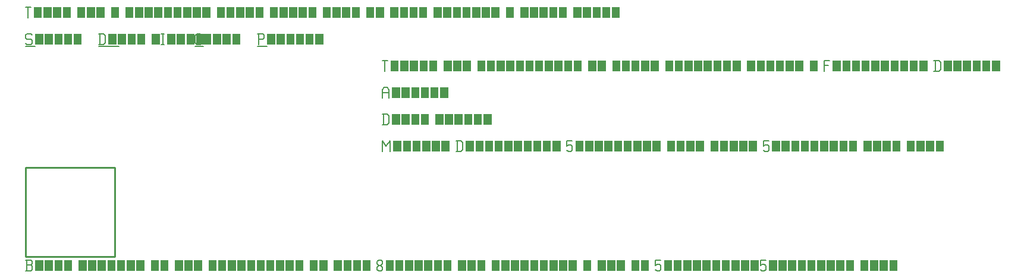
<source format=gbr>
G04 start of page 3 for group -1 layer_idx -1 *
G04 Title: odd coordinates to check rounding errors, TODO:group_name *
G04 Creator: <version>
G04 CreationDate: <date>
G04 For:  *
G04 Format: Gerber/RS-274X *
G04 PCB-Dimensions: 50000 50000 *
G04 PCB-Coordinate-Origin: lower left *
%MOIN*%
%FSLAX25Y25*%
%LNFAB*%
%ADD14C,0.0100*%
%ADD13C,0.0001*%
%ADD12C,0.0060*%
G54D12*X3000Y125000D02*X3750Y124250D01*
X750Y125000D02*X3000D01*
X0Y124250D02*X750Y125000D01*
X0Y124250D02*Y122750D01*
X750Y122000D01*
X3000D01*
X3750Y121250D01*
Y119750D01*
X3000Y119000D02*X3750Y119750D01*
X750Y119000D02*X3000D01*
X0Y119750D02*X750Y119000D01*
G54D13*G36*
X5550Y125000D02*Y119000D01*
X10050D01*
Y125000D01*
X5550D01*
G37*
G36*
X10950D02*Y119000D01*
X15450D01*
Y125000D01*
X10950D01*
G37*
G36*
X16350D02*Y119000D01*
X20850D01*
Y125000D01*
X16350D01*
G37*
G36*
X21750D02*Y119000D01*
X26250D01*
Y125000D01*
X21750D01*
G37*
G36*
X27150D02*Y119000D01*
X31650D01*
Y125000D01*
X27150D01*
G37*
G54D12*X0Y118000D02*X5550D01*
X41750Y125000D02*Y119000D01*
X43700Y125000D02*X44750Y123950D01*
Y120050D01*
X43700Y119000D02*X44750Y120050D01*
X41000Y119000D02*X43700D01*
X41000Y125000D02*X43700D01*
G54D13*G36*
X46550D02*Y119000D01*
X51050D01*
Y125000D01*
X46550D01*
G37*
G36*
X51950D02*Y119000D01*
X56450D01*
Y125000D01*
X51950D01*
G37*
G36*
X57350D02*Y119000D01*
X61850D01*
Y125000D01*
X57350D01*
G37*
G36*
X62750D02*Y119000D01*
X67250D01*
Y125000D01*
X62750D01*
G37*
G36*
X70850D02*Y119000D01*
X75350D01*
Y125000D01*
X70850D01*
G37*
G54D12*X76250D02*X77750D01*
X77000D02*Y119000D01*
X76250D02*X77750D01*
G54D13*G36*
X79550Y125000D02*Y119000D01*
X84050D01*
Y125000D01*
X79550D01*
G37*
G36*
X84950D02*Y119000D01*
X89450D01*
Y125000D01*
X84950D01*
G37*
G36*
X90350D02*Y119000D01*
X94850D01*
Y125000D01*
X90350D01*
G37*
G36*
X95750D02*Y119000D01*
X100250D01*
Y125000D01*
X95750D01*
G37*
G54D12*X41000Y118000D02*X52550D01*
X96050Y119000D02*X98000D01*
X95000Y120050D02*X96050Y119000D01*
X95000Y123950D02*Y120050D01*
Y123950D02*X96050Y125000D01*
X98000D01*
G54D13*G36*
X99800D02*Y119000D01*
X104300D01*
Y125000D01*
X99800D01*
G37*
G36*
X105200D02*Y119000D01*
X109700D01*
Y125000D01*
X105200D01*
G37*
G36*
X110600D02*Y119000D01*
X115100D01*
Y125000D01*
X110600D01*
G37*
G36*
X116000D02*Y119000D01*
X120500D01*
Y125000D01*
X116000D01*
G37*
G54D12*X95000Y118000D02*X99800D01*
X130750Y125000D02*Y119000D01*
X130000Y125000D02*X133000D01*
X133750Y124250D01*
Y122750D01*
X133000Y122000D02*X133750Y122750D01*
X130750Y122000D02*X133000D01*
G54D13*G36*
X135550Y125000D02*Y119000D01*
X140050D01*
Y125000D01*
X135550D01*
G37*
G36*
X140950D02*Y119000D01*
X145450D01*
Y125000D01*
X140950D01*
G37*
G36*
X146350D02*Y119000D01*
X150850D01*
Y125000D01*
X146350D01*
G37*
G36*
X151750D02*Y119000D01*
X156250D01*
Y125000D01*
X151750D01*
G37*
G36*
X157150D02*Y119000D01*
X161650D01*
Y125000D01*
X157150D01*
G37*
G36*
X162550D02*Y119000D01*
X167050D01*
Y125000D01*
X162550D01*
G37*
G54D12*X130000Y118000D02*X135550D01*
X0Y140000D02*X3000D01*
X1500D02*Y134000D01*
G54D13*G36*
X4800Y140000D02*Y134000D01*
X9300D01*
Y140000D01*
X4800D01*
G37*
G36*
X10200D02*Y134000D01*
X14700D01*
Y140000D01*
X10200D01*
G37*
G36*
X15600D02*Y134000D01*
X20100D01*
Y140000D01*
X15600D01*
G37*
G36*
X21000D02*Y134000D01*
X25500D01*
Y140000D01*
X21000D01*
G37*
G36*
X29100D02*Y134000D01*
X33600D01*
Y140000D01*
X29100D01*
G37*
G36*
X34500D02*Y134000D01*
X39000D01*
Y140000D01*
X34500D01*
G37*
G36*
X39900D02*Y134000D01*
X44400D01*
Y140000D01*
X39900D01*
G37*
G36*
X48000D02*Y134000D01*
X52500D01*
Y140000D01*
X48000D01*
G37*
G36*
X56100D02*Y134000D01*
X60600D01*
Y140000D01*
X56100D01*
G37*
G36*
X61500D02*Y134000D01*
X66000D01*
Y140000D01*
X61500D01*
G37*
G36*
X66900D02*Y134000D01*
X71400D01*
Y140000D01*
X66900D01*
G37*
G36*
X72300D02*Y134000D01*
X76800D01*
Y140000D01*
X72300D01*
G37*
G36*
X77700D02*Y134000D01*
X82200D01*
Y140000D01*
X77700D01*
G37*
G36*
X83100D02*Y134000D01*
X87600D01*
Y140000D01*
X83100D01*
G37*
G36*
X88500D02*Y134000D01*
X93000D01*
Y140000D01*
X88500D01*
G37*
G36*
X93900D02*Y134000D01*
X98400D01*
Y140000D01*
X93900D01*
G37*
G36*
X99300D02*Y134000D01*
X103800D01*
Y140000D01*
X99300D01*
G37*
G36*
X107400D02*Y134000D01*
X111900D01*
Y140000D01*
X107400D01*
G37*
G36*
X112800D02*Y134000D01*
X117300D01*
Y140000D01*
X112800D01*
G37*
G36*
X118200D02*Y134000D01*
X122700D01*
Y140000D01*
X118200D01*
G37*
G36*
X123600D02*Y134000D01*
X128100D01*
Y140000D01*
X123600D01*
G37*
G36*
X129000D02*Y134000D01*
X133500D01*
Y140000D01*
X129000D01*
G37*
G36*
X137100D02*Y134000D01*
X141600D01*
Y140000D01*
X137100D01*
G37*
G36*
X142500D02*Y134000D01*
X147000D01*
Y140000D01*
X142500D01*
G37*
G36*
X147900D02*Y134000D01*
X152400D01*
Y140000D01*
X147900D01*
G37*
G36*
X153300D02*Y134000D01*
X157800D01*
Y140000D01*
X153300D01*
G37*
G36*
X158700D02*Y134000D01*
X163200D01*
Y140000D01*
X158700D01*
G37*
G36*
X166800D02*Y134000D01*
X171300D01*
Y140000D01*
X166800D01*
G37*
G36*
X172200D02*Y134000D01*
X176700D01*
Y140000D01*
X172200D01*
G37*
G36*
X177600D02*Y134000D01*
X182100D01*
Y140000D01*
X177600D01*
G37*
G36*
X183000D02*Y134000D01*
X187500D01*
Y140000D01*
X183000D01*
G37*
G36*
X191100D02*Y134000D01*
X195600D01*
Y140000D01*
X191100D01*
G37*
G36*
X196500D02*Y134000D01*
X201000D01*
Y140000D01*
X196500D01*
G37*
G36*
X204600D02*Y134000D01*
X209100D01*
Y140000D01*
X204600D01*
G37*
G36*
X210000D02*Y134000D01*
X214500D01*
Y140000D01*
X210000D01*
G37*
G36*
X215400D02*Y134000D01*
X219900D01*
Y140000D01*
X215400D01*
G37*
G36*
X220800D02*Y134000D01*
X225300D01*
Y140000D01*
X220800D01*
G37*
G36*
X228900D02*Y134000D01*
X233400D01*
Y140000D01*
X228900D01*
G37*
G36*
X234300D02*Y134000D01*
X238800D01*
Y140000D01*
X234300D01*
G37*
G36*
X239700D02*Y134000D01*
X244200D01*
Y140000D01*
X239700D01*
G37*
G36*
X245100D02*Y134000D01*
X249600D01*
Y140000D01*
X245100D01*
G37*
G36*
X250500D02*Y134000D01*
X255000D01*
Y140000D01*
X250500D01*
G37*
G36*
X255900D02*Y134000D01*
X260400D01*
Y140000D01*
X255900D01*
G37*
G36*
X261300D02*Y134000D01*
X265800D01*
Y140000D01*
X261300D01*
G37*
G36*
X269400D02*Y134000D01*
X273900D01*
Y140000D01*
X269400D01*
G37*
G36*
X277500D02*Y134000D01*
X282000D01*
Y140000D01*
X277500D01*
G37*
G36*
X282900D02*Y134000D01*
X287400D01*
Y140000D01*
X282900D01*
G37*
G36*
X288300D02*Y134000D01*
X292800D01*
Y140000D01*
X288300D01*
G37*
G36*
X293700D02*Y134000D01*
X298200D01*
Y140000D01*
X293700D01*
G37*
G36*
X299100D02*Y134000D01*
X303600D01*
Y140000D01*
X299100D01*
G37*
G36*
X307200D02*Y134000D01*
X311700D01*
Y140000D01*
X307200D01*
G37*
G36*
X312600D02*Y134000D01*
X317100D01*
Y140000D01*
X312600D01*
G37*
G36*
X318000D02*Y134000D01*
X322500D01*
Y140000D01*
X318000D01*
G37*
G36*
X323400D02*Y134000D01*
X327900D01*
Y140000D01*
X323400D01*
G37*
G36*
X328800D02*Y134000D01*
X333300D01*
Y140000D01*
X328800D01*
G37*
G54D14*X0Y50000D02*X50000D01*
X0D02*Y0D01*
X50000Y50000D02*Y0D01*
X0D02*X50000D01*
G54D12*X200000Y65000D02*Y59000D01*
Y65000D02*X202250Y62000D01*
X204500Y65000D01*
Y59000D01*
G54D13*G36*
X206300Y65000D02*Y59000D01*
X210800D01*
Y65000D01*
X206300D01*
G37*
G36*
X211700D02*Y59000D01*
X216200D01*
Y65000D01*
X211700D01*
G37*
G36*
X217100D02*Y59000D01*
X221600D01*
Y65000D01*
X217100D01*
G37*
G36*
X222500D02*Y59000D01*
X227000D01*
Y65000D01*
X222500D01*
G37*
G36*
X227900D02*Y59000D01*
X232400D01*
Y65000D01*
X227900D01*
G37*
G36*
X233300D02*Y59000D01*
X237800D01*
Y65000D01*
X233300D01*
G37*
G54D12*X242150D02*Y59000D01*
X244100Y65000D02*X245150Y63950D01*
Y60050D01*
X244100Y59000D02*X245150Y60050D01*
X241400Y59000D02*X244100D01*
X241400Y65000D02*X244100D01*
G54D13*G36*
X246950D02*Y59000D01*
X251450D01*
Y65000D01*
X246950D01*
G37*
G36*
X252350D02*Y59000D01*
X256850D01*
Y65000D01*
X252350D01*
G37*
G36*
X257750D02*Y59000D01*
X262250D01*
Y65000D01*
X257750D01*
G37*
G36*
X263150D02*Y59000D01*
X267650D01*
Y65000D01*
X263150D01*
G37*
G36*
X268550D02*Y59000D01*
X273050D01*
Y65000D01*
X268550D01*
G37*
G36*
X273950D02*Y59000D01*
X278450D01*
Y65000D01*
X273950D01*
G37*
G36*
X279350D02*Y59000D01*
X283850D01*
Y65000D01*
X279350D01*
G37*
G36*
X284750D02*Y59000D01*
X289250D01*
Y65000D01*
X284750D01*
G37*
G36*
X290150D02*Y59000D01*
X294650D01*
Y65000D01*
X290150D01*
G37*
G36*
X295550D02*Y59000D01*
X300050D01*
Y65000D01*
X295550D01*
G37*
G54D12*X303650D02*X306650D01*
X303650D02*Y62000D01*
X304400Y62750D01*
X305900D01*
X306650Y62000D01*
Y59750D01*
X305900Y59000D02*X306650Y59750D01*
X304400Y59000D02*X305900D01*
X303650Y59750D02*X304400Y59000D01*
G54D13*G36*
X308450Y65000D02*Y59000D01*
X312950D01*
Y65000D01*
X308450D01*
G37*
G36*
X313850D02*Y59000D01*
X318350D01*
Y65000D01*
X313850D01*
G37*
G36*
X319250D02*Y59000D01*
X323750D01*
Y65000D01*
X319250D01*
G37*
G36*
X324650D02*Y59000D01*
X329150D01*
Y65000D01*
X324650D01*
G37*
G36*
X330050D02*Y59000D01*
X334550D01*
Y65000D01*
X330050D01*
G37*
G36*
X335450D02*Y59000D01*
X339950D01*
Y65000D01*
X335450D01*
G37*
G36*
X340850D02*Y59000D01*
X345350D01*
Y65000D01*
X340850D01*
G37*
G36*
X346250D02*Y59000D01*
X350750D01*
Y65000D01*
X346250D01*
G37*
G36*
X351650D02*Y59000D01*
X356150D01*
Y65000D01*
X351650D01*
G37*
G36*
X359750D02*Y59000D01*
X364250D01*
Y65000D01*
X359750D01*
G37*
G36*
X365150D02*Y59000D01*
X369650D01*
Y65000D01*
X365150D01*
G37*
G36*
X370550D02*Y59000D01*
X375050D01*
Y65000D01*
X370550D01*
G37*
G36*
X375950D02*Y59000D01*
X380450D01*
Y65000D01*
X375950D01*
G37*
G36*
X384050D02*Y59000D01*
X388550D01*
Y65000D01*
X384050D01*
G37*
G36*
X389450D02*Y59000D01*
X393950D01*
Y65000D01*
X389450D01*
G37*
G36*
X394850D02*Y59000D01*
X399350D01*
Y65000D01*
X394850D01*
G37*
G36*
X400250D02*Y59000D01*
X404750D01*
Y65000D01*
X400250D01*
G37*
G36*
X405650D02*Y59000D01*
X410150D01*
Y65000D01*
X405650D01*
G37*
G54D12*X413750D02*X416750D01*
X413750D02*Y62000D01*
X414500Y62750D01*
X416000D01*
X416750Y62000D01*
Y59750D01*
X416000Y59000D02*X416750Y59750D01*
X414500Y59000D02*X416000D01*
X413750Y59750D02*X414500Y59000D01*
G54D13*G36*
X418550Y65000D02*Y59000D01*
X423050D01*
Y65000D01*
X418550D01*
G37*
G36*
X423950D02*Y59000D01*
X428450D01*
Y65000D01*
X423950D01*
G37*
G36*
X429350D02*Y59000D01*
X433850D01*
Y65000D01*
X429350D01*
G37*
G36*
X434750D02*Y59000D01*
X439250D01*
Y65000D01*
X434750D01*
G37*
G36*
X440150D02*Y59000D01*
X444650D01*
Y65000D01*
X440150D01*
G37*
G36*
X445550D02*Y59000D01*
X450050D01*
Y65000D01*
X445550D01*
G37*
G36*
X450950D02*Y59000D01*
X455450D01*
Y65000D01*
X450950D01*
G37*
G36*
X456350D02*Y59000D01*
X460850D01*
Y65000D01*
X456350D01*
G37*
G36*
X461750D02*Y59000D01*
X466250D01*
Y65000D01*
X461750D01*
G37*
G36*
X469850D02*Y59000D01*
X474350D01*
Y65000D01*
X469850D01*
G37*
G36*
X475250D02*Y59000D01*
X479750D01*
Y65000D01*
X475250D01*
G37*
G36*
X480650D02*Y59000D01*
X485150D01*
Y65000D01*
X480650D01*
G37*
G36*
X486050D02*Y59000D01*
X490550D01*
Y65000D01*
X486050D01*
G37*
G36*
X494150D02*Y59000D01*
X498650D01*
Y65000D01*
X494150D01*
G37*
G36*
X499550D02*Y59000D01*
X504050D01*
Y65000D01*
X499550D01*
G37*
G36*
X504950D02*Y59000D01*
X509450D01*
Y65000D01*
X504950D01*
G37*
G36*
X510350D02*Y59000D01*
X514850D01*
Y65000D01*
X510350D01*
G37*
G54D12*X0Y-8000D02*X3000D01*
X3750Y-7250D01*
Y-5450D02*Y-7250D01*
X3000Y-4700D02*X3750Y-5450D01*
X750Y-4700D02*X3000D01*
X750Y-2000D02*Y-8000D01*
X0Y-2000D02*X3000D01*
X3750Y-2750D01*
Y-3950D01*
X3000Y-4700D02*X3750Y-3950D01*
G54D13*G36*
X5550Y-2000D02*Y-8000D01*
X10050D01*
Y-2000D01*
X5550D01*
G37*
G36*
X10950D02*Y-8000D01*
X15450D01*
Y-2000D01*
X10950D01*
G37*
G36*
X16350D02*Y-8000D01*
X20850D01*
Y-2000D01*
X16350D01*
G37*
G36*
X21750D02*Y-8000D01*
X26250D01*
Y-2000D01*
X21750D01*
G37*
G36*
X29850D02*Y-8000D01*
X34350D01*
Y-2000D01*
X29850D01*
G37*
G36*
X35250D02*Y-8000D01*
X39750D01*
Y-2000D01*
X35250D01*
G37*
G36*
X40650D02*Y-8000D01*
X45150D01*
Y-2000D01*
X40650D01*
G37*
G36*
X46050D02*Y-8000D01*
X50550D01*
Y-2000D01*
X46050D01*
G37*
G36*
X51450D02*Y-8000D01*
X55950D01*
Y-2000D01*
X51450D01*
G37*
G36*
X56850D02*Y-8000D01*
X61350D01*
Y-2000D01*
X56850D01*
G37*
G36*
X62250D02*Y-8000D01*
X66750D01*
Y-2000D01*
X62250D01*
G37*
G36*
X70350D02*Y-8000D01*
X74850D01*
Y-2000D01*
X70350D01*
G37*
G36*
X75750D02*Y-8000D01*
X80250D01*
Y-2000D01*
X75750D01*
G37*
G36*
X83850D02*Y-8000D01*
X88350D01*
Y-2000D01*
X83850D01*
G37*
G36*
X89250D02*Y-8000D01*
X93750D01*
Y-2000D01*
X89250D01*
G37*
G36*
X94650D02*Y-8000D01*
X99150D01*
Y-2000D01*
X94650D01*
G37*
G36*
X102750D02*Y-8000D01*
X107250D01*
Y-2000D01*
X102750D01*
G37*
G36*
X108150D02*Y-8000D01*
X112650D01*
Y-2000D01*
X108150D01*
G37*
G36*
X113550D02*Y-8000D01*
X118050D01*
Y-2000D01*
X113550D01*
G37*
G36*
X118950D02*Y-8000D01*
X123450D01*
Y-2000D01*
X118950D01*
G37*
G36*
X124350D02*Y-8000D01*
X128850D01*
Y-2000D01*
X124350D01*
G37*
G36*
X129750D02*Y-8000D01*
X134250D01*
Y-2000D01*
X129750D01*
G37*
G36*
X135150D02*Y-8000D01*
X139650D01*
Y-2000D01*
X135150D01*
G37*
G36*
X140550D02*Y-8000D01*
X145050D01*
Y-2000D01*
X140550D01*
G37*
G36*
X145950D02*Y-8000D01*
X150450D01*
Y-2000D01*
X145950D01*
G37*
G36*
X151350D02*Y-8000D01*
X155850D01*
Y-2000D01*
X151350D01*
G37*
G36*
X159450D02*Y-8000D01*
X163950D01*
Y-2000D01*
X159450D01*
G37*
G36*
X164850D02*Y-8000D01*
X169350D01*
Y-2000D01*
X164850D01*
G37*
G36*
X172950D02*Y-8000D01*
X177450D01*
Y-2000D01*
X172950D01*
G37*
G36*
X178350D02*Y-8000D01*
X182850D01*
Y-2000D01*
X178350D01*
G37*
G36*
X183750D02*Y-8000D01*
X188250D01*
Y-2000D01*
X183750D01*
G37*
G36*
X189150D02*Y-8000D01*
X193650D01*
Y-2000D01*
X189150D01*
G37*
G54D12*X197250Y-7250D02*X198000Y-8000D01*
X197250Y-6050D02*Y-7250D01*
Y-6050D02*X198300Y-5000D01*
X199200D01*
X200250Y-6050D01*
Y-7250D01*
X199500Y-8000D02*X200250Y-7250D01*
X198000Y-8000D02*X199500D01*
X197250Y-3950D02*X198300Y-5000D01*
X197250Y-2750D02*Y-3950D01*
Y-2750D02*X198000Y-2000D01*
X199500D01*
X200250Y-2750D01*
Y-3950D01*
X199200Y-5000D02*X200250Y-3950D01*
G54D13*G36*
X202050Y-2000D02*Y-8000D01*
X206550D01*
Y-2000D01*
X202050D01*
G37*
G36*
X207450D02*Y-8000D01*
X211950D01*
Y-2000D01*
X207450D01*
G37*
G36*
X212850D02*Y-8000D01*
X217350D01*
Y-2000D01*
X212850D01*
G37*
G36*
X218250D02*Y-8000D01*
X222750D01*
Y-2000D01*
X218250D01*
G37*
G36*
X223650D02*Y-8000D01*
X228150D01*
Y-2000D01*
X223650D01*
G37*
G36*
X229050D02*Y-8000D01*
X233550D01*
Y-2000D01*
X229050D01*
G37*
G36*
X234450D02*Y-8000D01*
X238950D01*
Y-2000D01*
X234450D01*
G37*
G36*
X242550D02*Y-8000D01*
X247050D01*
Y-2000D01*
X242550D01*
G37*
G36*
X247950D02*Y-8000D01*
X252450D01*
Y-2000D01*
X247950D01*
G37*
G36*
X253350D02*Y-8000D01*
X257850D01*
Y-2000D01*
X253350D01*
G37*
G36*
X261450D02*Y-8000D01*
X265950D01*
Y-2000D01*
X261450D01*
G37*
G36*
X266850D02*Y-8000D01*
X271350D01*
Y-2000D01*
X266850D01*
G37*
G36*
X272250D02*Y-8000D01*
X276750D01*
Y-2000D01*
X272250D01*
G37*
G36*
X277650D02*Y-8000D01*
X282150D01*
Y-2000D01*
X277650D01*
G37*
G36*
X283050D02*Y-8000D01*
X287550D01*
Y-2000D01*
X283050D01*
G37*
G36*
X288450D02*Y-8000D01*
X292950D01*
Y-2000D01*
X288450D01*
G37*
G36*
X293850D02*Y-8000D01*
X298350D01*
Y-2000D01*
X293850D01*
G37*
G36*
X299250D02*Y-8000D01*
X303750D01*
Y-2000D01*
X299250D01*
G37*
G36*
X304650D02*Y-8000D01*
X309150D01*
Y-2000D01*
X304650D01*
G37*
G36*
X312750D02*Y-8000D01*
X317250D01*
Y-2000D01*
X312750D01*
G37*
G36*
X320850D02*Y-8000D01*
X325350D01*
Y-2000D01*
X320850D01*
G37*
G36*
X326250D02*Y-8000D01*
X330750D01*
Y-2000D01*
X326250D01*
G37*
G36*
X331650D02*Y-8000D01*
X336150D01*
Y-2000D01*
X331650D01*
G37*
G36*
X339750D02*Y-8000D01*
X344250D01*
Y-2000D01*
X339750D01*
G37*
G36*
X345150D02*Y-8000D01*
X349650D01*
Y-2000D01*
X345150D01*
G37*
G54D12*X353250D02*X356250D01*
X353250D02*Y-5000D01*
X354000Y-4250D01*
X355500D01*
X356250Y-5000D01*
Y-7250D01*
X355500Y-8000D02*X356250Y-7250D01*
X354000Y-8000D02*X355500D01*
X353250Y-7250D02*X354000Y-8000D01*
G54D13*G36*
X358050Y-2000D02*Y-8000D01*
X362550D01*
Y-2000D01*
X358050D01*
G37*
G36*
X363450D02*Y-8000D01*
X367950D01*
Y-2000D01*
X363450D01*
G37*
G36*
X368850D02*Y-8000D01*
X373350D01*
Y-2000D01*
X368850D01*
G37*
G36*
X374250D02*Y-8000D01*
X378750D01*
Y-2000D01*
X374250D01*
G37*
G36*
X379650D02*Y-8000D01*
X384150D01*
Y-2000D01*
X379650D01*
G37*
G36*
X385050D02*Y-8000D01*
X389550D01*
Y-2000D01*
X385050D01*
G37*
G36*
X390450D02*Y-8000D01*
X394950D01*
Y-2000D01*
X390450D01*
G37*
G36*
X395850D02*Y-8000D01*
X400350D01*
Y-2000D01*
X395850D01*
G37*
G36*
X401250D02*Y-8000D01*
X405750D01*
Y-2000D01*
X401250D01*
G37*
G36*
X406650D02*Y-8000D01*
X411150D01*
Y-2000D01*
X406650D01*
G37*
G54D12*X412050D02*X415050D01*
X412050D02*Y-5000D01*
X412800Y-4250D01*
X414300D01*
X415050Y-5000D01*
Y-7250D01*
X414300Y-8000D02*X415050Y-7250D01*
X412800Y-8000D02*X414300D01*
X412050Y-7250D02*X412800Y-8000D01*
G54D13*G36*
X416850Y-2000D02*Y-8000D01*
X421350D01*
Y-2000D01*
X416850D01*
G37*
G36*
X422250D02*Y-8000D01*
X426750D01*
Y-2000D01*
X422250D01*
G37*
G36*
X427650D02*Y-8000D01*
X432150D01*
Y-2000D01*
X427650D01*
G37*
G36*
X433050D02*Y-8000D01*
X437550D01*
Y-2000D01*
X433050D01*
G37*
G36*
X438450D02*Y-8000D01*
X442950D01*
Y-2000D01*
X438450D01*
G37*
G36*
X443850D02*Y-8000D01*
X448350D01*
Y-2000D01*
X443850D01*
G37*
G36*
X449250D02*Y-8000D01*
X453750D01*
Y-2000D01*
X449250D01*
G37*
G36*
X454650D02*Y-8000D01*
X459150D01*
Y-2000D01*
X454650D01*
G37*
G36*
X460050D02*Y-8000D01*
X464550D01*
Y-2000D01*
X460050D01*
G37*
G36*
X468150D02*Y-8000D01*
X472650D01*
Y-2000D01*
X468150D01*
G37*
G36*
X473550D02*Y-8000D01*
X478050D01*
Y-2000D01*
X473550D01*
G37*
G36*
X478950D02*Y-8000D01*
X483450D01*
Y-2000D01*
X478950D01*
G37*
G36*
X484350D02*Y-8000D01*
X488850D01*
Y-2000D01*
X484350D01*
G37*
G54D12*X200750Y80000D02*Y74000D01*
X202700Y80000D02*X203750Y78950D01*
Y75050D01*
X202700Y74000D02*X203750Y75050D01*
X200000Y74000D02*X202700D01*
X200000Y80000D02*X202700D01*
G54D13*G36*
X205550D02*Y74000D01*
X210050D01*
Y80000D01*
X205550D01*
G37*
G36*
X210950D02*Y74000D01*
X215450D01*
Y80000D01*
X210950D01*
G37*
G36*
X216350D02*Y74000D01*
X220850D01*
Y80000D01*
X216350D01*
G37*
G36*
X221750D02*Y74000D01*
X226250D01*
Y80000D01*
X221750D01*
G37*
G36*
X229850D02*Y74000D01*
X234350D01*
Y80000D01*
X229850D01*
G37*
G36*
X235250D02*Y74000D01*
X239750D01*
Y80000D01*
X235250D01*
G37*
G36*
X240650D02*Y74000D01*
X245150D01*
Y80000D01*
X240650D01*
G37*
G36*
X246050D02*Y74000D01*
X250550D01*
Y80000D01*
X246050D01*
G37*
G36*
X251450D02*Y74000D01*
X255950D01*
Y80000D01*
X251450D01*
G37*
G36*
X256850D02*Y74000D01*
X261350D01*
Y80000D01*
X256850D01*
G37*
G54D12*X200000Y93500D02*Y89000D01*
Y93500D02*X201050Y95000D01*
X202700D01*
X203750Y93500D01*
Y89000D01*
X200000Y92000D02*X203750D01*
G54D13*G36*
X205550Y95000D02*Y89000D01*
X210050D01*
Y95000D01*
X205550D01*
G37*
G36*
X210950D02*Y89000D01*
X215450D01*
Y95000D01*
X210950D01*
G37*
G36*
X216350D02*Y89000D01*
X220850D01*
Y95000D01*
X216350D01*
G37*
G36*
X221750D02*Y89000D01*
X226250D01*
Y95000D01*
X221750D01*
G37*
G36*
X227150D02*Y89000D01*
X231650D01*
Y95000D01*
X227150D01*
G37*
G36*
X232550D02*Y89000D01*
X237050D01*
Y95000D01*
X232550D01*
G37*
G54D12*X200000Y110000D02*X203000D01*
X201500D02*Y104000D01*
G54D13*G36*
X204800Y110000D02*Y104000D01*
X209300D01*
Y110000D01*
X204800D01*
G37*
G36*
X210200D02*Y104000D01*
X214700D01*
Y110000D01*
X210200D01*
G37*
G36*
X215600D02*Y104000D01*
X220100D01*
Y110000D01*
X215600D01*
G37*
G36*
X221000D02*Y104000D01*
X225500D01*
Y110000D01*
X221000D01*
G37*
G36*
X226400D02*Y104000D01*
X230900D01*
Y110000D01*
X226400D01*
G37*
G36*
X234500D02*Y104000D01*
X239000D01*
Y110000D01*
X234500D01*
G37*
G36*
X239900D02*Y104000D01*
X244400D01*
Y110000D01*
X239900D01*
G37*
G36*
X245300D02*Y104000D01*
X249800D01*
Y110000D01*
X245300D01*
G37*
G36*
X253400D02*Y104000D01*
X257900D01*
Y110000D01*
X253400D01*
G37*
G36*
X258800D02*Y104000D01*
X263300D01*
Y110000D01*
X258800D01*
G37*
G36*
X264200D02*Y104000D01*
X268700D01*
Y110000D01*
X264200D01*
G37*
G36*
X269600D02*Y104000D01*
X274100D01*
Y110000D01*
X269600D01*
G37*
G36*
X275000D02*Y104000D01*
X279500D01*
Y110000D01*
X275000D01*
G37*
G36*
X280400D02*Y104000D01*
X284900D01*
Y110000D01*
X280400D01*
G37*
G36*
X285800D02*Y104000D01*
X290300D01*
Y110000D01*
X285800D01*
G37*
G36*
X291200D02*Y104000D01*
X295700D01*
Y110000D01*
X291200D01*
G37*
G36*
X296600D02*Y104000D01*
X301100D01*
Y110000D01*
X296600D01*
G37*
G36*
X302000D02*Y104000D01*
X306500D01*
Y110000D01*
X302000D01*
G37*
G36*
X307400D02*Y104000D01*
X311900D01*
Y110000D01*
X307400D01*
G37*
G36*
X315500D02*Y104000D01*
X320000D01*
Y110000D01*
X315500D01*
G37*
G36*
X320900D02*Y104000D01*
X325400D01*
Y110000D01*
X320900D01*
G37*
G36*
X329000D02*Y104000D01*
X333500D01*
Y110000D01*
X329000D01*
G37*
G36*
X334400D02*Y104000D01*
X338900D01*
Y110000D01*
X334400D01*
G37*
G36*
X339800D02*Y104000D01*
X344300D01*
Y110000D01*
X339800D01*
G37*
G36*
X345200D02*Y104000D01*
X349700D01*
Y110000D01*
X345200D01*
G37*
G36*
X350600D02*Y104000D01*
X355100D01*
Y110000D01*
X350600D01*
G37*
G36*
X358700D02*Y104000D01*
X363200D01*
Y110000D01*
X358700D01*
G37*
G36*
X364100D02*Y104000D01*
X368600D01*
Y110000D01*
X364100D01*
G37*
G36*
X369500D02*Y104000D01*
X374000D01*
Y110000D01*
X369500D01*
G37*
G36*
X374900D02*Y104000D01*
X379400D01*
Y110000D01*
X374900D01*
G37*
G36*
X380300D02*Y104000D01*
X384800D01*
Y110000D01*
X380300D01*
G37*
G36*
X385700D02*Y104000D01*
X390200D01*
Y110000D01*
X385700D01*
G37*
G36*
X391100D02*Y104000D01*
X395600D01*
Y110000D01*
X391100D01*
G37*
G36*
X396500D02*Y104000D01*
X401000D01*
Y110000D01*
X396500D01*
G37*
G36*
X404600D02*Y104000D01*
X409100D01*
Y110000D01*
X404600D01*
G37*
G36*
X410000D02*Y104000D01*
X414500D01*
Y110000D01*
X410000D01*
G37*
G36*
X415400D02*Y104000D01*
X419900D01*
Y110000D01*
X415400D01*
G37*
G36*
X420800D02*Y104000D01*
X425300D01*
Y110000D01*
X420800D01*
G37*
G36*
X426200D02*Y104000D01*
X430700D01*
Y110000D01*
X426200D01*
G37*
G36*
X431600D02*Y104000D01*
X436100D01*
Y110000D01*
X431600D01*
G37*
G36*
X439700D02*Y104000D01*
X444200D01*
Y110000D01*
X439700D01*
G37*
G54D12*X447800D02*Y104000D01*
Y110000D02*X450800D01*
X447800Y107300D02*X450050D01*
G54D13*G36*
X452600Y110000D02*Y104000D01*
X457100D01*
Y110000D01*
X452600D01*
G37*
G36*
X458000D02*Y104000D01*
X462500D01*
Y110000D01*
X458000D01*
G37*
G36*
X463400D02*Y104000D01*
X467900D01*
Y110000D01*
X463400D01*
G37*
G36*
X468800D02*Y104000D01*
X473300D01*
Y110000D01*
X468800D01*
G37*
G36*
X474200D02*Y104000D01*
X478700D01*
Y110000D01*
X474200D01*
G37*
G36*
X479600D02*Y104000D01*
X484100D01*
Y110000D01*
X479600D01*
G37*
G36*
X485000D02*Y104000D01*
X489500D01*
Y110000D01*
X485000D01*
G37*
G36*
X490400D02*Y104000D01*
X494900D01*
Y110000D01*
X490400D01*
G37*
G36*
X495800D02*Y104000D01*
X500300D01*
Y110000D01*
X495800D01*
G37*
G36*
X501200D02*Y104000D01*
X505700D01*
Y110000D01*
X501200D01*
G37*
G54D12*X510050D02*Y104000D01*
X512000Y110000D02*X513050Y108950D01*
Y105050D01*
X512000Y104000D02*X513050Y105050D01*
X509300Y104000D02*X512000D01*
X509300Y110000D02*X512000D01*
G54D13*G36*
X514850D02*Y104000D01*
X519350D01*
Y110000D01*
X514850D01*
G37*
G36*
X520250D02*Y104000D01*
X524750D01*
Y110000D01*
X520250D01*
G37*
G36*
X525650D02*Y104000D01*
X530150D01*
Y110000D01*
X525650D01*
G37*
G36*
X531050D02*Y104000D01*
X535550D01*
Y110000D01*
X531050D01*
G37*
G36*
X536450D02*Y104000D01*
X540950D01*
Y110000D01*
X536450D01*
G37*
G36*
X541850D02*Y104000D01*
X546350D01*
Y110000D01*
X541850D01*
G37*
M02*

</source>
